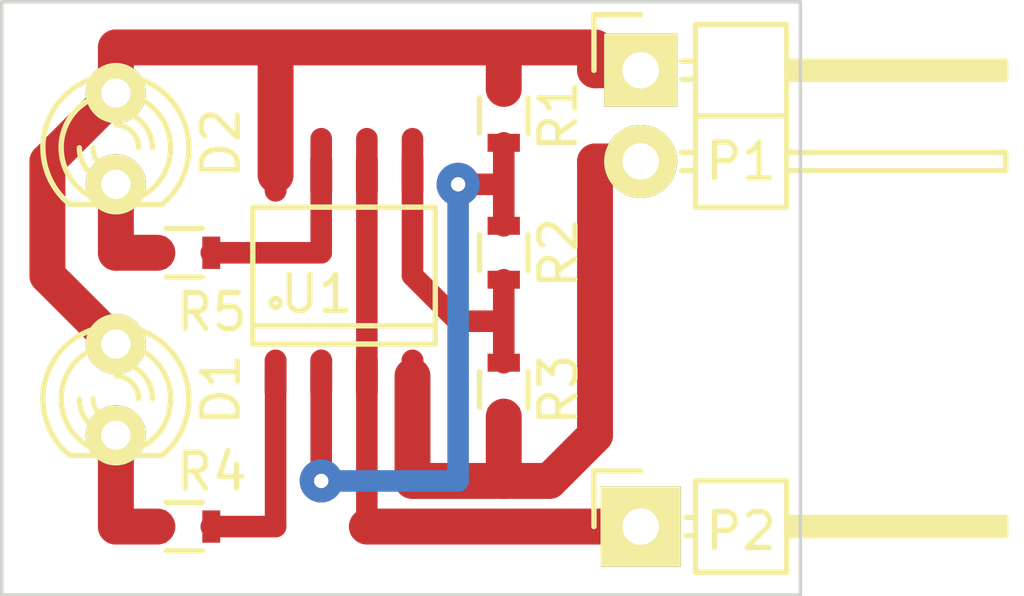
<source format=kicad_pcb>
(kicad_pcb (version 4) (host pcbnew 0.201504241002+5622~22~ubuntu15.04.1-product)

  (general
    (links 16)
    (no_connects 0)
    (area 32.969999 18.364999 55.295001 34.975001)
    (thickness 1.6)
    (drawings 4)
    (tracks 45)
    (zones 0)
    (modules 10)
    (nets 10)
  )

  (page A4)
  (title_block
    (title "Индикатор трита компактный")
    (date "Вс. 26 апр. 2015")
    (company https://myweek-end.ru/)
    (comment 2 "Кляузер Алексей Викторович")
  )

  (layers
    (0 F.Cu signal)
    (31 B.Cu signal)
    (32 B.Adhes user hide)
    (33 F.Adhes user hide)
    (34 B.Paste user hide)
    (35 F.Paste user hide)
    (36 B.SilkS user hide)
    (37 F.SilkS user)
    (38 B.Mask user hide)
    (39 F.Mask user hide)
    (40 Dwgs.User user)
    (41 Cmts.User user hide)
    (42 Eco1.User user hide)
    (43 Eco2.User user hide)
    (44 Edge.Cuts user)
    (45 Margin user hide)
    (46 B.CrtYd user hide)
    (47 F.CrtYd user hide)
    (48 B.Fab user hide)
    (49 F.Fab user hide)
  )

  (setup
    (last_trace_width 0.6)
    (trace_clearance 0.2)
    (zone_clearance 0.508)
    (zone_45_only no)
    (trace_min 0.2)
    (segment_width 0.2)
    (edge_width 0.1)
    (via_size 1.2)
    (via_drill 0.4)
    (via_min_size 0.4)
    (via_min_drill 0.3)
    (uvia_size 0.3)
    (uvia_drill 0.1)
    (uvias_allowed no)
    (uvia_min_size 0.2)
    (uvia_min_drill 0.1)
    (pcb_text_width 0.3)
    (pcb_text_size 1.5 1.5)
    (mod_edge_width 0.15)
    (mod_text_size 1 1)
    (mod_text_width 0.15)
    (pad_size 1.5 1.5)
    (pad_drill 0.6)
    (pad_to_mask_clearance 0)
    (aux_axis_origin 0 0)
    (visible_elements FFFFFF7F)
    (pcbplotparams
      (layerselection 0x00030_80000001)
      (usegerberextensions false)
      (excludeedgelayer true)
      (linewidth 0.100000)
      (plotframeref false)
      (viasonmask false)
      (mode 1)
      (useauxorigin false)
      (hpglpennumber 1)
      (hpglpenspeed 20)
      (hpglpendiameter 15)
      (hpglpenoverlay 2)
      (psnegative false)
      (psa4output false)
      (plotreference true)
      (plotvalue true)
      (plotinvisibletext false)
      (padsonsilk false)
      (subtractmaskfromsilk false)
      (outputformat 1)
      (mirror false)
      (drillshape 0)
      (scaleselection 1)
      (outputdirectory ""))
  )

  (net 0 "")
  (net 1 "Net-(D1-Pad1)")
  (net 2 "Net-(D1-Pad2)")
  (net 3 "Net-(D2-Pad2)")
  (net 4 "Net-(P1-Pad2)")
  (net 5 "Net-(R1-Pad2)")
  (net 6 "Net-(R2-Pad2)")
  (net 7 "Net-(R4-Pad2)")
  (net 8 "Net-(R5-Pad2)")
  (net 9 "Net-(P2-Pad1)")

  (net_class Default "Это класс цепей по умолчанию."
    (clearance 0.2)
    (trace_width 0.6)
    (via_dia 1.2)
    (via_drill 0.4)
    (uvia_dia 0.3)
    (uvia_drill 0.1)
    (add_net "Net-(R1-Pad2)")
    (add_net "Net-(R2-Pad2)")
    (add_net "Net-(R4-Pad2)")
    (add_net "Net-(R5-Pad2)")
  )

  (net_class Power ""
    (clearance 0.2)
    (trace_width 1)
    (via_dia 1.2)
    (via_drill 0.4)
    (uvia_dia 0.3)
    (uvia_drill 0.1)
    (add_net "Net-(D1-Pad1)")
    (add_net "Net-(D1-Pad2)")
    (add_net "Net-(D2-Pad2)")
    (add_net "Net-(P1-Pad2)")
    (add_net "Net-(P2-Pad1)")
  )

  (module LEDs:LED-3MM (layer F.Cu) (tedit 553CD5AE) (tstamp 5521717B)
    (at 36.195 29.21 270)
    (descr "LED 3mm - Lead pitch 100mil (2,54mm)")
    (tags "LED led 3mm 3MM 100mil 2,54mm")
    (path /55216C48)
    (fp_text reference D1 (at 0 -2.921 270) (layer F.SilkS)
      (effects (font (size 1 1) (thickness 0.15)))
    )
    (fp_text value - (at -1.905 1.905 360) (layer F.Fab)
      (effects (font (size 1 1) (thickness 0.15)))
    )
    (fp_line (start 1.8288 1.27) (end 1.8288 -1.27) (layer F.SilkS) (width 0.15))
    (fp_arc (start 0.254 0) (end -1.27 0) (angle 39.8) (layer F.SilkS) (width 0.15))
    (fp_arc (start 0.254 0) (end -0.88392 1.01092) (angle 41.6) (layer F.SilkS) (width 0.15))
    (fp_arc (start 0.254 0) (end 1.4097 -0.9906) (angle 40.6) (layer F.SilkS) (width 0.15))
    (fp_arc (start 0.254 0) (end 1.778 0) (angle 39.8) (layer F.SilkS) (width 0.15))
    (fp_arc (start 0.254 0) (end 0.254 -1.524) (angle 54.4) (layer F.SilkS) (width 0.15))
    (fp_arc (start 0.254 0) (end -0.9652 -0.9144) (angle 53.1) (layer F.SilkS) (width 0.15))
    (fp_arc (start 0.254 0) (end 1.45542 0.93472) (angle 52.1) (layer F.SilkS) (width 0.15))
    (fp_arc (start 0.254 0) (end 0.254 1.524) (angle 52.1) (layer F.SilkS) (width 0.15))
    (fp_arc (start 0.254 0) (end -0.381 0) (angle 90) (layer F.SilkS) (width 0.15))
    (fp_arc (start 0.254 0) (end -0.762 0) (angle 90) (layer F.SilkS) (width 0.15))
    (fp_arc (start 0.254 0) (end 0.889 0) (angle 90) (layer F.SilkS) (width 0.15))
    (fp_arc (start 0.254 0) (end 1.27 0) (angle 90) (layer F.SilkS) (width 0.15))
    (fp_arc (start 0.254 0) (end 0.254 -2.032) (angle 50.1) (layer F.SilkS) (width 0.15))
    (fp_arc (start 0.254 0) (end -1.5367 -0.95504) (angle 61.9) (layer F.SilkS) (width 0.15))
    (fp_arc (start 0.254 0) (end 1.8034 1.31064) (angle 49.7) (layer F.SilkS) (width 0.15))
    (fp_arc (start 0.254 0) (end 0.254 2.032) (angle 60.2) (layer F.SilkS) (width 0.15))
    (fp_arc (start 0.254 0) (end -1.778 0) (angle 28.3) (layer F.SilkS) (width 0.15))
    (fp_arc (start 0.254 0) (end -1.47574 1.06426) (angle 31.6) (layer F.SilkS) (width 0.15))
    (pad 1 thru_hole circle (at -1.27 0 270) (size 1.6764 1.6764) (drill 0.8128) (layers *.Cu *.Mask F.SilkS)
      (net 1 "Net-(D1-Pad1)"))
    (pad 2 thru_hole circle (at 1.27 0 270) (size 1.6764 1.6764) (drill 0.8128) (layers *.Cu *.Mask F.SilkS)
      (net 2 "Net-(D1-Pad2)"))
    (model LEDs.3dshapes/LED-3MM.wrl
      (at (xyz 0 0 0))
      (scale (xyz 1 1 1))
      (rotate (xyz 0 0 0))
    )
  )

  (module LEDs:LED-3MM (layer F.Cu) (tedit 553CD584) (tstamp 55217181)
    (at 36.195 22.225 270)
    (descr "LED 3mm - Lead pitch 100mil (2,54mm)")
    (tags "LED led 3mm 3MM 100mil 2,54mm")
    (path /55216CBE)
    (fp_text reference D2 (at 0.127 -2.921 270) (layer F.SilkS)
      (effects (font (size 1 1) (thickness 0.15)))
    )
    (fp_text value + (at -1.905 1.905 360) (layer F.Fab)
      (effects (font (size 1 1) (thickness 0.15)))
    )
    (fp_line (start 1.8288 1.27) (end 1.8288 -1.27) (layer F.SilkS) (width 0.15))
    (fp_arc (start 0.254 0) (end -1.27 0) (angle 39.8) (layer F.SilkS) (width 0.15))
    (fp_arc (start 0.254 0) (end -0.88392 1.01092) (angle 41.6) (layer F.SilkS) (width 0.15))
    (fp_arc (start 0.254 0) (end 1.4097 -0.9906) (angle 40.6) (layer F.SilkS) (width 0.15))
    (fp_arc (start 0.254 0) (end 1.778 0) (angle 39.8) (layer F.SilkS) (width 0.15))
    (fp_arc (start 0.254 0) (end 0.254 -1.524) (angle 54.4) (layer F.SilkS) (width 0.15))
    (fp_arc (start 0.254 0) (end -0.9652 -0.9144) (angle 53.1) (layer F.SilkS) (width 0.15))
    (fp_arc (start 0.254 0) (end 1.45542 0.93472) (angle 52.1) (layer F.SilkS) (width 0.15))
    (fp_arc (start 0.254 0) (end 0.254 1.524) (angle 52.1) (layer F.SilkS) (width 0.15))
    (fp_arc (start 0.254 0) (end -0.381 0) (angle 90) (layer F.SilkS) (width 0.15))
    (fp_arc (start 0.254 0) (end -0.762 0) (angle 90) (layer F.SilkS) (width 0.15))
    (fp_arc (start 0.254 0) (end 0.889 0) (angle 90) (layer F.SilkS) (width 0.15))
    (fp_arc (start 0.254 0) (end 1.27 0) (angle 90) (layer F.SilkS) (width 0.15))
    (fp_arc (start 0.254 0) (end 0.254 -2.032) (angle 50.1) (layer F.SilkS) (width 0.15))
    (fp_arc (start 0.254 0) (end -1.5367 -0.95504) (angle 61.9) (layer F.SilkS) (width 0.15))
    (fp_arc (start 0.254 0) (end 1.8034 1.31064) (angle 49.7) (layer F.SilkS) (width 0.15))
    (fp_arc (start 0.254 0) (end 0.254 2.032) (angle 60.2) (layer F.SilkS) (width 0.15))
    (fp_arc (start 0.254 0) (end -1.778 0) (angle 28.3) (layer F.SilkS) (width 0.15))
    (fp_arc (start 0.254 0) (end -1.47574 1.06426) (angle 31.6) (layer F.SilkS) (width 0.15))
    (pad 1 thru_hole circle (at -1.27 0 270) (size 1.6764 1.6764) (drill 0.8128) (layers *.Cu *.Mask F.SilkS)
      (net 1 "Net-(D1-Pad1)"))
    (pad 2 thru_hole circle (at 1.27 0 270) (size 1.6764 1.6764) (drill 0.8128) (layers *.Cu *.Mask F.SilkS)
      (net 3 "Net-(D2-Pad2)"))
    (model LEDs.3dshapes/LED-3MM.wrl
      (at (xyz 0 0 0))
      (scale (xyz 1 1 1))
      (rotate (xyz 0 0 0))
    )
  )

  (module Pin_Headers:Pin_Header_Angled_1x01 (layer F.Cu) (tedit 553CBCF2) (tstamp 553CA8A1)
    (at 50.8 33.02)
    (descr "Through hole pin header")
    (tags "pin header")
    (path /553CA3EA)
    (fp_text reference P2 (at 2.794 0.127) (layer F.SilkS)
      (effects (font (size 1 1) (thickness 0.15)))
    )
    (fp_text value In (at 1.524 -2.413) (layer F.Fab)
      (effects (font (size 1 1) (thickness 0.15)))
    )
    (fp_line (start -1.6 -1.75) (end -1.6 1.75) (layer F.CrtYd) (width 0.05))
    (fp_line (start 10.65 -1.75) (end 10.65 1.75) (layer F.CrtYd) (width 0.05))
    (fp_line (start -1.6 -1.75) (end 10.65 -1.75) (layer F.CrtYd) (width 0.05))
    (fp_line (start -1.6 1.75) (end 10.65 1.75) (layer F.CrtYd) (width 0.05))
    (fp_line (start -1.3 -1.55) (end -1.3 0) (layer F.SilkS) (width 0.15))
    (fp_line (start 0 -1.55) (end -1.3 -1.55) (layer F.SilkS) (width 0.15))
    (fp_line (start 4.191 -0.127) (end 10.033 -0.127) (layer F.SilkS) (width 0.15))
    (fp_line (start 10.033 -0.127) (end 10.033 0.127) (layer F.SilkS) (width 0.15))
    (fp_line (start 10.033 0.127) (end 4.191 0.127) (layer F.SilkS) (width 0.15))
    (fp_line (start 4.191 0.127) (end 4.191 0) (layer F.SilkS) (width 0.15))
    (fp_line (start 4.191 0) (end 10.033 0) (layer F.SilkS) (width 0.15))
    (fp_line (start 1.524 0.254) (end 1.27 0.254) (layer F.SilkS) (width 0.15))
    (fp_line (start 1.524 -0.254) (end 1.27 -0.254) (layer F.SilkS) (width 0.15))
    (fp_line (start 1.524 -1.27) (end 4.064 -1.27) (layer F.SilkS) (width 0.15))
    (fp_line (start 1.524 -1.27) (end 1.524 1.27) (layer F.SilkS) (width 0.15))
    (fp_line (start 1.524 1.27) (end 4.064 1.27) (layer F.SilkS) (width 0.15))
    (fp_line (start 4.064 -0.254) (end 10.16 -0.254) (layer F.SilkS) (width 0.15))
    (fp_line (start 10.16 -0.254) (end 10.16 0.254) (layer F.SilkS) (width 0.15))
    (fp_line (start 10.16 0.254) (end 4.064 0.254) (layer F.SilkS) (width 0.15))
    (fp_line (start 4.064 1.27) (end 4.064 -1.27) (layer F.SilkS) (width 0.15))
    (pad 1 thru_hole rect (at 0 0) (size 2.2352 2.2352) (drill 1.016) (layers *.Cu *.Mask F.SilkS)
      (net 9 "Net-(P2-Pad1)"))
    (model Pin_Headers.3dshapes/Pin_Header_Angled_1x01.wrl
      (at (xyz 0 0 0))
      (scale (xyz 1 1 1))
      (rotate (xyz 0 0 90))
    )
  )

  (module Power_Integrations:SO-8 (layer F.Cu) (tedit 553CD5EB) (tstamp 553CA909)
    (at 42.545 26.035)
    (descr "SO-8 Surface Mount Small Outline 150mil 8pin Package")
    (tags "Power Integrations D Package")
    (path /55216A7A)
    (fp_text reference U1 (at -0.762 0.508) (layer F.SilkS)
      (effects (font (size 1 1) (thickness 0.15)))
    )
    (fp_text value LM393 (at 0.127 -1.016) (layer F.Fab)
      (effects (font (size 1 1) (thickness 0.15)))
    )
    (fp_circle (center -1.905 0.762) (end -1.778 0.762) (layer F.SilkS) (width 0.15))
    (fp_line (start -2.54 1.397) (end 2.54 1.397) (layer F.SilkS) (width 0.15))
    (fp_line (start -2.54 -1.905) (end 2.54 -1.905) (layer F.SilkS) (width 0.15))
    (fp_line (start -2.54 1.905) (end 2.54 1.905) (layer F.SilkS) (width 0.15))
    (fp_line (start -2.54 1.905) (end -2.54 -1.905) (layer F.SilkS) (width 0.15))
    (fp_line (start 2.54 1.905) (end 2.54 -1.905) (layer F.SilkS) (width 0.15))
    (pad 1 smd oval (at -1.905 2.794) (size 0.6096 1.4732) (layers F.Cu F.Paste F.Mask)
      (net 7 "Net-(R4-Pad2)"))
    (pad 2 smd oval (at -0.635 2.794) (size 0.6096 1.4732) (layers F.Cu F.Paste F.Mask)
      (net 5 "Net-(R1-Pad2)"))
    (pad 3 smd oval (at 0.635 2.794) (size 0.6096 1.4732) (layers F.Cu F.Paste F.Mask)
      (net 9 "Net-(P2-Pad1)"))
    (pad 4 smd oval (at 1.905 2.794) (size 0.6096 1.4732) (layers F.Cu F.Paste F.Mask)
      (net 4 "Net-(P1-Pad2)"))
    (pad 5 smd oval (at 1.905 -2.794) (size 0.6096 1.4732) (layers F.Cu F.Paste F.Mask)
      (net 6 "Net-(R2-Pad2)"))
    (pad 6 smd oval (at 0.635 -2.794) (size 0.6096 1.4732) (layers F.Cu F.Paste F.Mask)
      (net 9 "Net-(P2-Pad1)"))
    (pad 7 smd oval (at -0.635 -2.794) (size 0.6096 1.4732) (layers F.Cu F.Paste F.Mask)
      (net 8 "Net-(R5-Pad2)"))
    (pad 8 smd oval (at -1.905 -2.794) (size 0.6096 1.4732) (layers F.Cu F.Paste F.Mask)
      (net 1 "Net-(D1-Pad1)"))
  )

  (module Pin_Headers:Pin_Header_Angled_1x02 (layer F.Cu) (tedit 553CBCEC) (tstamp 553CA968)
    (at 50.8 20.32)
    (descr "Through hole pin header")
    (tags "pin header")
    (path /553CA317)
    (fp_text reference P1 (at 2.794 2.54) (layer F.SilkS)
      (effects (font (size 1 1) (thickness 0.15)))
    )
    (fp_text value Power (at 1.524 4.826) (layer F.Fab)
      (effects (font (size 1 1) (thickness 0.15)))
    )
    (fp_line (start -1.5 -1.75) (end -1.5 4.3) (layer F.CrtYd) (width 0.05))
    (fp_line (start 10.65 -1.75) (end 10.65 4.3) (layer F.CrtYd) (width 0.05))
    (fp_line (start -1.5 -1.75) (end 10.65 -1.75) (layer F.CrtYd) (width 0.05))
    (fp_line (start -1.5 4.3) (end 10.65 4.3) (layer F.CrtYd) (width 0.05))
    (fp_line (start -1.3 -1.55) (end -1.3 0) (layer F.SilkS) (width 0.15))
    (fp_line (start 0 -1.55) (end -1.3 -1.55) (layer F.SilkS) (width 0.15))
    (fp_line (start 4.191 -0.127) (end 10.033 -0.127) (layer F.SilkS) (width 0.15))
    (fp_line (start 10.033 -0.127) (end 10.033 0.127) (layer F.SilkS) (width 0.15))
    (fp_line (start 10.033 0.127) (end 4.191 0.127) (layer F.SilkS) (width 0.15))
    (fp_line (start 4.191 0.127) (end 4.191 0) (layer F.SilkS) (width 0.15))
    (fp_line (start 4.191 0) (end 10.033 0) (layer F.SilkS) (width 0.15))
    (fp_line (start 1.524 -0.254) (end 1.143 -0.254) (layer F.SilkS) (width 0.15))
    (fp_line (start 1.524 0.254) (end 1.143 0.254) (layer F.SilkS) (width 0.15))
    (fp_line (start 1.524 2.286) (end 1.143 2.286) (layer F.SilkS) (width 0.15))
    (fp_line (start 1.524 2.794) (end 1.143 2.794) (layer F.SilkS) (width 0.15))
    (fp_line (start 1.524 -1.27) (end 4.064 -1.27) (layer F.SilkS) (width 0.15))
    (fp_line (start 1.524 1.27) (end 4.064 1.27) (layer F.SilkS) (width 0.15))
    (fp_line (start 1.524 1.27) (end 1.524 3.81) (layer F.SilkS) (width 0.15))
    (fp_line (start 1.524 3.81) (end 4.064 3.81) (layer F.SilkS) (width 0.15))
    (fp_line (start 4.064 2.286) (end 10.16 2.286) (layer F.SilkS) (width 0.15))
    (fp_line (start 10.16 2.286) (end 10.16 2.794) (layer F.SilkS) (width 0.15))
    (fp_line (start 10.16 2.794) (end 4.064 2.794) (layer F.SilkS) (width 0.15))
    (fp_line (start 4.064 3.81) (end 4.064 1.27) (layer F.SilkS) (width 0.15))
    (fp_line (start 4.064 1.27) (end 4.064 -1.27) (layer F.SilkS) (width 0.15))
    (fp_line (start 10.16 0.254) (end 4.064 0.254) (layer F.SilkS) (width 0.15))
    (fp_line (start 10.16 -0.254) (end 10.16 0.254) (layer F.SilkS) (width 0.15))
    (fp_line (start 4.064 -0.254) (end 10.16 -0.254) (layer F.SilkS) (width 0.15))
    (fp_line (start 1.524 1.27) (end 4.064 1.27) (layer F.SilkS) (width 0.15))
    (fp_line (start 1.524 -1.27) (end 1.524 1.27) (layer F.SilkS) (width 0.15))
    (pad 1 thru_hole rect (at 0 0) (size 2.032 2.032) (drill 1.016) (layers *.Cu *.Mask F.SilkS)
      (net 1 "Net-(D1-Pad1)"))
    (pad 2 thru_hole oval (at 0 2.54) (size 2.032 2.032) (drill 1.016) (layers *.Cu *.Mask F.SilkS)
      (net 4 "Net-(P1-Pad2)"))
    (model Pin_Headers.3dshapes/Pin_Header_Angled_1x02.wrl
      (at (xyz 0 -0.05 0))
      (scale (xyz 1 1 1))
      (rotate (xyz 0 0 90))
    )
  )

  (module Resistors_SMD:R_0603 (layer F.Cu) (tedit 553CBEAC) (tstamp 553CA9B3)
    (at 46.99 21.59 270)
    (descr "Resistor SMD 0603, reflow soldering, Vishay (see dcrcw.pdf)")
    (tags "resistor 0603")
    (path /55217389)
    (attr smd)
    (fp_text reference R1 (at 0 -1.524 270) (layer F.SilkS)
      (effects (font (size 1 1) (thickness 0.15)))
    )
    (fp_text value 4.7KΩ (at 0.635 16.51 540) (layer F.Fab) hide
      (effects (font (size 1 1) (thickness 0.15)))
    )
    (fp_line (start -1.3 -0.8) (end 1.3 -0.8) (layer F.CrtYd) (width 0.05))
    (fp_line (start -1.3 0.8) (end 1.3 0.8) (layer F.CrtYd) (width 0.05))
    (fp_line (start -1.3 -0.8) (end -1.3 0.8) (layer F.CrtYd) (width 0.05))
    (fp_line (start 1.3 -0.8) (end 1.3 0.8) (layer F.CrtYd) (width 0.05))
    (fp_line (start 0.5 0.675) (end -0.5 0.675) (layer F.SilkS) (width 0.15))
    (fp_line (start -0.5 -0.675) (end 0.5 -0.675) (layer F.SilkS) (width 0.15))
    (pad 1 smd rect (at -0.75 0 270) (size 0.5 0.9) (layers F.Cu F.Paste F.Mask)
      (net 1 "Net-(D1-Pad1)"))
    (pad 2 smd rect (at 0.75 0 270) (size 0.5 0.9) (layers F.Cu F.Paste F.Mask)
      (net 5 "Net-(R1-Pad2)"))
    (model Resistors_SMD.3dshapes/R_0603.wrl
      (at (xyz 0 0 0))
      (scale (xyz 1 1 1))
      (rotate (xyz 0 0 0))
    )
  )

  (module Resistors_SMD:R_0603 (layer F.Cu) (tedit 553CBF55) (tstamp 553CA9DE)
    (at 38.1 33.02)
    (descr "Resistor SMD 0603, reflow soldering, Vishay (see dcrcw.pdf)")
    (tags "resistor 0603")
    (path /55216BBD)
    (attr smd)
    (fp_text reference R4 (at 0.762 -1.524) (layer F.SilkS)
      (effects (font (size 1 1) (thickness 0.15)))
    )
    (fp_text value 220Ω (at -7.366 -12.446) (layer F.Fab) hide
      (effects (font (size 1 1) (thickness 0.15)))
    )
    (fp_line (start -1.3 -0.8) (end 1.3 -0.8) (layer F.CrtYd) (width 0.05))
    (fp_line (start -1.3 0.8) (end 1.3 0.8) (layer F.CrtYd) (width 0.05))
    (fp_line (start -1.3 -0.8) (end -1.3 0.8) (layer F.CrtYd) (width 0.05))
    (fp_line (start 1.3 -0.8) (end 1.3 0.8) (layer F.CrtYd) (width 0.05))
    (fp_line (start 0.5 0.675) (end -0.5 0.675) (layer F.SilkS) (width 0.15))
    (fp_line (start -0.5 -0.675) (end 0.5 -0.675) (layer F.SilkS) (width 0.15))
    (pad 1 smd rect (at -0.75 0) (size 0.5 0.9) (layers F.Cu F.Paste F.Mask)
      (net 2 "Net-(D1-Pad2)"))
    (pad 2 smd rect (at 0.75 0) (size 0.5 0.9) (layers F.Cu F.Paste F.Mask)
      (net 7 "Net-(R4-Pad2)"))
    (model Resistors_SMD.3dshapes/R_0603.wrl
      (at (xyz 0 0 0))
      (scale (xyz 1 1 1))
      (rotate (xyz 0 0 0))
    )
  )

  (module Resistors_SMD:R_0603 (layer F.Cu) (tedit 553CBEB4) (tstamp 553CAA15)
    (at 46.99 25.4 270)
    (descr "Resistor SMD 0603, reflow soldering, Vishay (see dcrcw.pdf)")
    (tags "resistor 0603")
    (path /552173D2)
    (attr smd)
    (fp_text reference R2 (at 0 -1.524 270) (layer F.SilkS)
      (effects (font (size 1 1) (thickness 0.15)))
    )
    (fp_text value 4.7KΩ (at -1.651 16.51 360) (layer F.Fab) hide
      (effects (font (size 1 1) (thickness 0.15)))
    )
    (fp_line (start -1.3 -0.8) (end 1.3 -0.8) (layer F.CrtYd) (width 0.05))
    (fp_line (start -1.3 0.8) (end 1.3 0.8) (layer F.CrtYd) (width 0.05))
    (fp_line (start -1.3 -0.8) (end -1.3 0.8) (layer F.CrtYd) (width 0.05))
    (fp_line (start 1.3 -0.8) (end 1.3 0.8) (layer F.CrtYd) (width 0.05))
    (fp_line (start 0.5 0.675) (end -0.5 0.675) (layer F.SilkS) (width 0.15))
    (fp_line (start -0.5 -0.675) (end 0.5 -0.675) (layer F.SilkS) (width 0.15))
    (pad 1 smd rect (at -0.75 0 270) (size 0.5 0.9) (layers F.Cu F.Paste F.Mask)
      (net 5 "Net-(R1-Pad2)"))
    (pad 2 smd rect (at 0.75 0 270) (size 0.5 0.9) (layers F.Cu F.Paste F.Mask)
      (net 6 "Net-(R2-Pad2)"))
    (model Resistors_SMD.3dshapes/R_0603.wrl
      (at (xyz 0 0 0))
      (scale (xyz 1 1 1))
      (rotate (xyz 0 0 0))
    )
  )

  (module Resistors_SMD:R_0603 (layer F.Cu) (tedit 553CBEC1) (tstamp 553CAA1B)
    (at 46.99 29.21 270)
    (descr "Resistor SMD 0603, reflow soldering, Vishay (see dcrcw.pdf)")
    (tags "resistor 0603")
    (path /55217404)
    (attr smd)
    (fp_text reference R3 (at 0 -1.524 270) (layer F.SilkS)
      (effects (font (size 1 1) (thickness 0.15)))
    )
    (fp_text value 4.7KΩ (at -3.81 16.51 360) (layer F.Fab) hide
      (effects (font (size 1 1) (thickness 0.15)))
    )
    (fp_line (start -1.3 -0.8) (end 1.3 -0.8) (layer F.CrtYd) (width 0.05))
    (fp_line (start -1.3 0.8) (end 1.3 0.8) (layer F.CrtYd) (width 0.05))
    (fp_line (start -1.3 -0.8) (end -1.3 0.8) (layer F.CrtYd) (width 0.05))
    (fp_line (start 1.3 -0.8) (end 1.3 0.8) (layer F.CrtYd) (width 0.05))
    (fp_line (start 0.5 0.675) (end -0.5 0.675) (layer F.SilkS) (width 0.15))
    (fp_line (start -0.5 -0.675) (end 0.5 -0.675) (layer F.SilkS) (width 0.15))
    (pad 1 smd rect (at -0.75 0 270) (size 0.5 0.9) (layers F.Cu F.Paste F.Mask)
      (net 6 "Net-(R2-Pad2)"))
    (pad 2 smd rect (at 0.75 0 270) (size 0.5 0.9) (layers F.Cu F.Paste F.Mask)
      (net 4 "Net-(P1-Pad2)"))
    (model Resistors_SMD.3dshapes/R_0603.wrl
      (at (xyz 0 0 0))
      (scale (xyz 1 1 1))
      (rotate (xyz 0 0 0))
    )
  )

  (module Resistors_SMD:R_0603 (layer F.Cu) (tedit 553CBF43) (tstamp 553CAA54)
    (at 38.1 25.4)
    (descr "Resistor SMD 0603, reflow soldering, Vishay (see dcrcw.pdf)")
    (tags "resistor 0603")
    (path /55216C0B)
    (attr smd)
    (fp_text reference R5 (at 0.762 1.651) (layer F.SilkS)
      (effects (font (size 1 1) (thickness 0.15)))
    )
    (fp_text value 220Ω (at -7.366 -6.35) (layer F.Fab) hide
      (effects (font (size 1 1) (thickness 0.15)))
    )
    (fp_line (start -1.3 -0.8) (end 1.3 -0.8) (layer F.CrtYd) (width 0.05))
    (fp_line (start -1.3 0.8) (end 1.3 0.8) (layer F.CrtYd) (width 0.05))
    (fp_line (start -1.3 -0.8) (end -1.3 0.8) (layer F.CrtYd) (width 0.05))
    (fp_line (start 1.3 -0.8) (end 1.3 0.8) (layer F.CrtYd) (width 0.05))
    (fp_line (start 0.5 0.675) (end -0.5 0.675) (layer F.SilkS) (width 0.15))
    (fp_line (start -0.5 -0.675) (end 0.5 -0.675) (layer F.SilkS) (width 0.15))
    (pad 1 smd rect (at -0.75 0) (size 0.5 0.9) (layers F.Cu F.Paste F.Mask)
      (net 3 "Net-(D2-Pad2)"))
    (pad 2 smd rect (at 0.75 0) (size 0.5 0.9) (layers F.Cu F.Paste F.Mask)
      (net 8 "Net-(R5-Pad2)"))
    (model Resistors_SMD.3dshapes/R_0603.wrl
      (at (xyz 0 0 0))
      (scale (xyz 1 1 1))
      (rotate (xyz 0 0 0))
    )
  )

  (gr_line (start 33.02 18.415) (end 55.245 18.415) (angle 90) (layer Edge.Cuts) (width 0.1))
  (gr_line (start 33.02 34.925) (end 33.02 18.415) (angle 90) (layer Edge.Cuts) (width 0.1))
  (gr_line (start 55.245 34.925) (end 33.02 34.925) (angle 90) (layer Edge.Cuts) (width 0.1))
  (gr_line (start 55.245 18.415) (end 55.245 34.925) (angle 90) (layer Edge.Cuts) (width 0.1))

  (segment (start 46.99 19.685) (end 40.64 19.685) (width 1) (layer F.Cu) (net 1) (tstamp 553CB858))
  (segment (start 40.64 19.685) (end 40.64 23.241) (width 1) (layer F.Cu) (net 1) (tstamp 553CB859))
  (segment (start 46.99 20.84) (end 46.99 19.685) (width 1) (layer F.Cu) (net 1))
  (segment (start 49.53 20.32) (end 49.53 19.685) (width 1) (layer F.Cu) (net 1) (tstamp 553CB925))
  (segment (start 50.8 20.32) (end 49.53 20.32) (width 1) (layer F.Cu) (net 1))
  (segment (start 49.53 19.685) (end 46.99 19.685) (width 1) (layer F.Cu) (net 1) (tstamp 553CB926))
  (segment (start 36.195 19.685) (end 36.195 20.955) (width 1) (layer F.Cu) (net 1) (tstamp 553CB9ED))
  (segment (start 40.64 19.685) (end 36.195 19.685) (width 1) (layer F.Cu) (net 1))
  (segment (start 34.29 22.86) (end 34.29 26.035) (width 1) (layer F.Cu) (net 1) (tstamp 553CBACA))
  (segment (start 36.195 20.955) (end 34.29 22.86) (width 1) (layer F.Cu) (net 1))
  (segment (start 34.29 26.035) (end 36.195 27.94) (width 1) (layer F.Cu) (net 1) (tstamp 553CBACE))
  (segment (start 36.195 33.02) (end 37.35 33.02) (width 1) (layer F.Cu) (net 2) (tstamp 553CBA4B))
  (segment (start 36.195 31.115) (end 36.195 33.02) (width 1) (layer F.Cu) (net 2))
  (segment (start 36.195 25.4) (end 36.195 23.495) (width 1) (layer F.Cu) (net 3) (tstamp 553CB9F7))
  (segment (start 37.35 25.4) (end 36.195 25.4) (width 1) (layer F.Cu) (net 3))
  (segment (start 46.99 31.75) (end 44.45 31.75) (width 1) (layer F.Cu) (net 4) (tstamp 553CB819))
  (segment (start 44.45 31.75) (end 44.45 28.829) (width 1) (layer F.Cu) (net 4) (tstamp 553CB81C))
  (segment (start 46.99 29.96) (end 46.99 31.75) (width 1) (layer F.Cu) (net 4))
  (segment (start 48.26 31.75) (end 49.53 30.48) (width 1) (layer F.Cu) (net 4) (tstamp 553CB946))
  (segment (start 49.53 22.86) (end 50.8 22.86) (width 1) (layer F.Cu) (net 4) (tstamp 553CB949))
  (segment (start 49.53 30.48) (end 49.53 22.86) (width 1) (layer F.Cu) (net 4) (tstamp 553CB947))
  (segment (start 46.99 31.75) (end 48.26 31.75) (width 1) (layer F.Cu) (net 4))
  (segment (start 41.91 28.829) (end 41.91 31.75) (width 0.6) (layer F.Cu) (net 5))
  (segment (start 45.72 23.495) (end 46.99 23.495) (width 0.6) (layer F.Cu) (net 5) (tstamp 553CCE2D))
  (via (at 45.72 23.495) (size 1.2) (layers F.Cu B.Cu) (net 5))
  (segment (start 45.72 31.75) (end 45.72 23.495) (width 0.6) (layer B.Cu) (net 5) (tstamp 553CCE29))
  (segment (start 41.91 31.75) (end 45.72 31.75) (width 0.6) (layer B.Cu) (net 5) (tstamp 553CCE28))
  (via (at 41.91 31.75) (size 1.2) (layers F.Cu B.Cu) (net 5))
  (segment (start 46.99 23.495) (end 46.99 22.34) (width 0.6) (layer F.Cu) (net 5) (tstamp 553CB878))
  (segment (start 46.99 24.65) (end 46.99 23.495) (width 0.6) (layer F.Cu) (net 5))
  (segment (start 46.99 27.305) (end 46.99 26.15) (width 0.6) (layer F.Cu) (net 6) (tstamp 553CB824))
  (segment (start 46.99 28.46) (end 46.99 27.305) (width 0.6) (layer F.Cu) (net 6))
  (segment (start 44.45 23.241) (end 44.45 22.225) (width 0.6) (layer F.Cu) (net 6) (tstamp 553CB829))
  (segment (start 45.72 27.305) (end 44.45 26.035) (width 0.6) (layer F.Cu) (net 6) (tstamp 553CB8C8))
  (segment (start 44.45 26.035) (end 44.45 23.241) (width 0.6) (layer F.Cu) (net 6) (tstamp 553CB8CA))
  (segment (start 46.99 27.305) (end 45.72 27.305) (width 0.6) (layer F.Cu) (net 6))
  (segment (start 40.64 33.02) (end 40.64 28.829) (width 0.6) (layer F.Cu) (net 7) (tstamp 553CBA73))
  (segment (start 38.85 33.02) (end 40.64 33.02) (width 0.6) (layer F.Cu) (net 7))
  (segment (start 41.91 23.241) (end 41.91 22.225) (width 0.6) (layer F.Cu) (net 8) (tstamp 553CB9F2))
  (segment (start 41.91 25.4) (end 41.91 23.241) (width 0.6) (layer F.Cu) (net 8) (tstamp 553CB9F1))
  (segment (start 38.85 25.4) (end 41.91 25.4) (width 0.6) (layer F.Cu) (net 8))
  (segment (start 43.18 28.829) (end 43.18 23.241) (width 0.6) (layer F.Cu) (net 9) (tstamp 553CADFB))
  (segment (start 43.18 23.241) (end 43.18 22.225) (width 0.6) (layer F.Cu) (net 9) (tstamp 553CADFD))
  (segment (start 43.18 33.02) (end 43.18 28.829) (width 0.6) (layer F.Cu) (net 9) (tstamp 553CB942))
  (segment (start 50.8 33.02) (end 43.18 33.02) (width 1) (layer F.Cu) (net 9))

)

</source>
